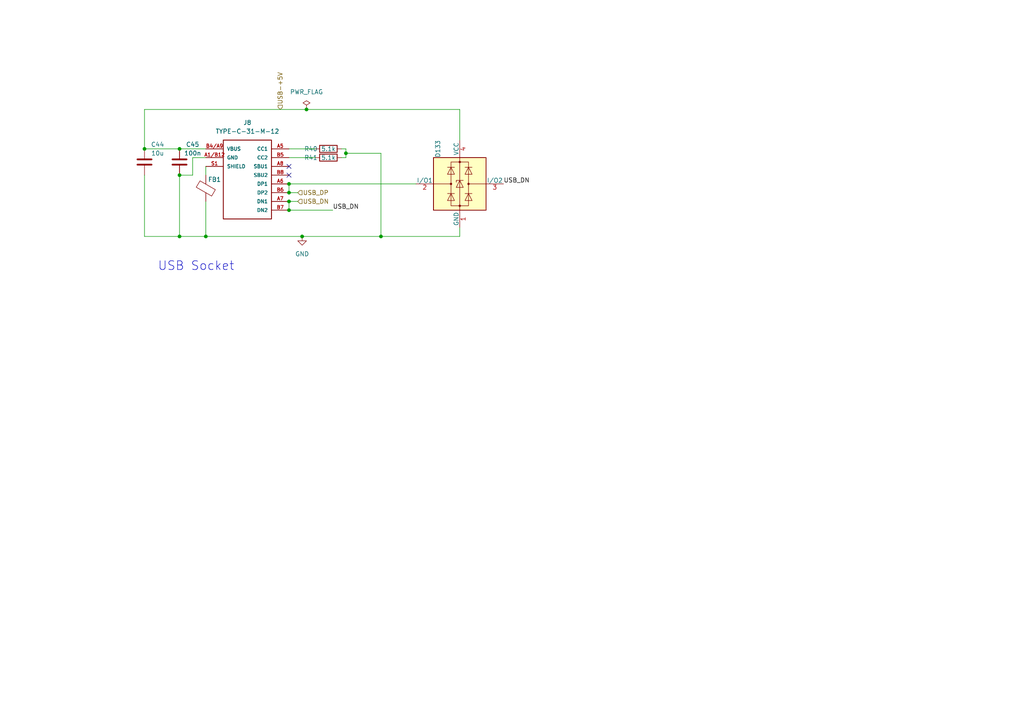
<source format=kicad_sch>
(kicad_sch (version 20211123) (generator eeschema)
  (paper "A4")
  (lib_symbols
    (symbol "Device:C" (pin_numbers hide) (pin_names (offset 0.254))
      (property "Reference" "C" (at 0.635 2.54 0))
      (property "Value" "C" (at 0.635 -2.54 0))
      (symbol "C_0_1"
        (polyline (pts (xy -2.032 -0.762) (xy 2.032 -0.762)) (stroke (width 0.508)))
        (polyline (pts (xy -2.032 0.762) (xy 2.032 0.762)) (stroke (width 0.508)))
      )
      (symbol "C_1_1"
        (pin passive line (at 0 3.81 270) (length 2.794) (name "~") (number "1"))
        (pin passive line (at 0 -3.81 90) (length 2.794) (name "~") (number "2"))
      )
    )
    (symbol "Device:FerriteBead" (pin_numbers hide) (pin_names (offset 0))
      (property "Reference" "FB" (at -3.81 0.635 90))
      (property "Value" "FerriteBead" (at 3.81 0 90))
      (symbol "FerriteBead_0_1"
        (polyline (pts (xy 0 -1.27) (xy 0 -1.2192)))
        (polyline (pts (xy 0 1.27) (xy 0 1.2954)))
        (polyline (pts (xy -2.7686 0.4064) (xy -1.7018 2.2606) (xy 2.7686 -0.3048) (xy 1.6764 -2.159) (xy -2.7686 0.4064)))
      )
      (symbol "FerriteBead_1_1"
        (pin passive line (at 0 3.81 270) (length 2.54) (name "~") (number "1"))
        (pin passive line (at 0 -3.81 90) (length 2.54) (name "~") (number "2"))
      )
    )
    (symbol "Device:R" (pin_numbers hide) (pin_names (offset 0))
      (property "Reference" "R" (at 2.032 0 90))
      (property "Value" "R" (at 0 0 90))
      (symbol "R_0_1"
        (rectangle (start -1.016 -2.54) (end 1.016 2.54) (stroke (width 0.254)))
      )
      (symbol "R_1_1"
        (pin passive line (at 0 3.81 270) (length 1.27) (name "~") (number "1"))
        (pin passive line (at 0 -3.81 90) (length 1.27) (name "~") (number "2"))
      )
    )
    (symbol "Igor:TYPE-C-31-M-12" (pin_names (offset 1.016))
      (property "Reference" "J" (at 6.35 25.4 0))
      (property "Value" "TYPE-C-31-M-12" (at -1.27 22.86 0))
      (symbol "TYPE-C-31-M-12_0_0"
        (rectangle (start 0 22.86) (end 13.97 0) (stroke (width 0.254)))
        (pin power_in line (at -5.08 17.78 0) (length 5.08) (name "GND") (number "A1/B12"))
        (pin power_in line (at -5.08 20.32 0) (length 5.08) hide (name "VBUS") (number "A4/B9"))
        (pin bidirectional line (at 19.05 20.32 180) (length 5.08) (name "CC1") (number "A5"))
        (pin bidirectional line (at 19.05 10.16 180) (length 5.08) (name "DP1") (number "A6"))
        (pin bidirectional line (at 19.05 5.08 180) (length 5.08) (name "DN1") (number "A7"))
        (pin bidirectional line (at 19.05 15.24 180) (length 5.08) (name "SBU1") (number "A8"))
        (pin power_in line (at -5.08 17.78 0) (length 5.08) hide (name "GND") (number "B1/A12"))
        (pin power_in line (at -5.08 20.32 0) (length 5.08) (name "VBUS") (number "B4/A9"))
        (pin bidirectional line (at 19.05 17.78 180) (length 5.08) (name "CC2") (number "B5"))
        (pin bidirectional line (at 19.05 7.62 180) (length 5.08) (name "DP2") (number "B6"))
        (pin bidirectional line (at 19.05 2.54 180) (length 5.08) (name "DN2") (number "B7"))
        (pin bidirectional line (at 19.05 12.7 180) (length 5.08) (name "SBU2") (number "B8"))
        (pin passive line (at -5.08 15.24 0) (length 5.08) (name "SHIELD") (number "S1"))
        (pin passive line (at -5.08 15.24 0) (length 5.08) hide (name "SHIELD") (number "S2"))
        (pin passive line (at -5.08 15.24 0) (length 5.08) hide (name "SHIELD") (number "S3"))
        (pin passive line (at -5.08 15.24 0) (length 5.08) hide (name "SHIELD") (number "S4"))
      )
    )
    (symbol "Power_Protection:PRTR5V0U2X" (pin_names (offset 0))
      (property "Reference" "D" (at 2.794 8.636 0))
      (property "Value" "PRTR5V0U2X" (at 8.128 -9.398 0))
      (symbol "PRTR5V0U2X_0_1"
        (rectangle (start -7.62 -7.62) (end 7.62 7.62) (stroke (width 0.254)) (fill (type background)))
        (circle (center -2.54 0) (radius 0.254) (fill (type outline)))
        (rectangle (start -2.54 6.35) (end 2.54 -6.35))
        (circle (center 0 -6.35) (radius 0.254) (fill (type outline)))
        (polyline (pts (xy -2.54 0) (xy -7.62 0)))
        (polyline (pts (xy -1.524 -2.794) (xy -3.556 -2.794)))
        (polyline (pts (xy -1.524 4.826) (xy -3.556 4.826)))
        (polyline (pts (xy 0 -7.62) (xy 0 7.62)))
        (polyline (pts (xy 1.524 -2.794) (xy 3.556 -2.794)))
        (polyline (pts (xy 1.524 4.826) (xy 3.556 4.826)))
        (polyline (pts (xy 2.54 0) (xy 7.62 0)))
        (polyline (pts (xy 1.016 1.016) (xy -1.016 1.016) (xy -1.016 0.508)))
        (polyline (pts (xy -3.556 -4.826) (xy -1.524 -4.826) (xy -2.54 -2.794) (xy -3.556 -4.826)))
        (polyline (pts (xy -3.556 2.794) (xy -1.524 2.794) (xy -2.54 4.826) (xy -3.556 2.794)))
        (polyline (pts (xy -1.016 -1.016) (xy 1.016 -1.016) (xy 0 1.016) (xy -1.016 -1.016)))
        (polyline (pts (xy 3.556 -4.826) (xy 1.524 -4.826) (xy 2.54 -2.794) (xy 3.556 -4.826)))
        (polyline (pts (xy 3.556 2.794) (xy 1.524 2.794) (xy 2.54 4.826) (xy 3.556 2.794)))
        (circle (center 0 6.35) (radius 0.254) (fill (type outline)))
        (circle (center 2.54 0) (radius 0.254) (fill (type outline)))
      )
      (symbol "PRTR5V0U2X_1_1"
        (pin passive line (at 0 -12.7 90) (length 5.08) (name "GND") (number "1"))
        (pin passive line (at -12.7 0 0) (length 5.08) (name "I/O1") (number "2"))
        (pin passive line (at 12.7 0 180) (length 5.08) (name "I/O2") (number "3"))
        (pin passive line (at 0 12.7 270) (length 5.08) (name "VCC") (number "4"))
      )
    )
    (symbol "power:GND" (power) (pin_names (offset 0))
      (property "Value" "GND" (at 0 -3.81 0))
      (symbol "GND_0_1"
        (polyline (pts (xy 0 0) (xy 0 -1.27) (xy 1.27 -1.27) (xy 0 -2.54) (xy -1.27 -1.27) (xy 0 -1.27)))
      )
      (symbol "GND_1_1"
        (pin power_in line (at 0 0 270) (length 0) hide (name "GND") (number "1"))
      )
    )
    (symbol "power:PWR_FLAG" (power) (pin_numbers hide) (pin_names (offset 0) hide)
      (property "Value" "PWR_FLAG" (at 0 3.81 0))
      (symbol "PWR_FLAG_0_0"
        (pin power_out line (at 0 0 90) (length 0) (name "pwr") (number "1"))
      )
      (symbol "PWR_FLAG_0_1"
        (polyline (pts (xy 0 0) (xy 0 1.27) (xy -1.016 1.905) (xy 0 2.54) (xy 1.016 1.905) (xy 0 1.27)))
      )
    )
  )
  (junction (at 52.07 68.58))
  (junction (at 110.49 68.58))
  (junction (at 83.82 55.88))
  (junction (at 88.9 31.75))
  (junction (at 83.82 60.96))
  (junction (at 41.91 43.18))
  (junction (at 83.82 58.42))
  (junction (at 52.07 50.8))
  (junction (at 52.07 43.18))
  (junction (at 87.63 68.58))
  (junction (at 100.33 44.45))
  (junction (at 83.82 53.34))
  (junction (at 59.69 68.58))
  (no_connect (at 83.82 50.8))
  (no_connect (at 83.82 48.26))
  (wire (pts (xy 41.91 43.18) (xy 52.07 43.18)))
  (wire (pts (xy 100.33 43.18) (xy 99.06 43.18)))
  (wire (pts (xy 59.69 68.58) (xy 59.69 58.42)))
  (wire (pts (xy 52.07 68.58) (xy 41.91 68.58)))
  (wire (pts (xy 83.82 58.42) (xy 83.82 60.96)))
  (wire (pts (xy 52.07 43.18) (xy 59.69 43.18)))
  (wire (pts (xy 59.69 68.58) (xy 87.63 68.58)))
  (wire (pts (xy 83.82 55.88) (xy 86.36 55.88)))
  (wire (pts (xy 87.63 68.58) (xy 110.49 68.58)))
  (wire (pts (xy 41.91 68.58) (xy 41.91 50.8)))
  (wire (pts (xy 83.82 60.96) (xy 96.52 60.96)))
  (wire (pts (xy 88.9 31.75) (xy 133.35 31.75)))
  (wire (pts (xy 99.06 45.72) (xy 100.33 45.72)))
  (wire (pts (xy 133.35 31.75) (xy 133.35 40.64)))
  (wire (pts (xy 83.82 43.18) (xy 91.44 43.18)))
  (wire (pts (xy 55.88 50.8) (xy 52.07 50.8)))
  (wire (pts (xy 55.88 45.72) (xy 55.88 50.8)))
  (wire (pts (xy 52.07 50.8) (xy 52.07 68.58)))
  (wire (pts (xy 59.69 68.58) (xy 52.07 68.58)))
  (wire (pts (xy 83.82 58.42) (xy 86.36 58.42)))
  (wire (pts (xy 41.91 31.75) (xy 88.9 31.75)))
  (wire (pts (xy 83.82 53.34) (xy 120.65 53.34)))
  (wire (pts (xy 83.82 53.34) (xy 83.82 55.88)))
  (wire (pts (xy 133.35 68.58) (xy 133.35 66.04)))
  (wire (pts (xy 59.69 48.26) (xy 59.69 50.8)))
  (wire (pts (xy 100.33 44.45) (xy 110.49 44.45)))
  (wire (pts (xy 100.33 45.72) (xy 100.33 44.45)))
  (wire (pts (xy 83.82 45.72) (xy 91.44 45.72)))
  (wire (pts (xy 41.91 31.75) (xy 41.91 43.18)))
  (wire (pts (xy 110.49 44.45) (xy 110.49 68.58)))
  (wire (pts (xy 59.69 45.72) (xy 55.88 45.72)))
  (wire (pts (xy 100.33 44.45) (xy 100.33 43.18)))
  (wire (pts (xy 110.49 68.58) (xy 133.35 68.58)))
  (text "USB Socket" (at 45.72 78.74 0) (effects (font (size 2.54 2.54)) (justify left bottom)))
  (label "USB_DN" (at 146.05 53.34 0))
  (label "USB_DN" (at 96.52 60.96 0))
  (hierarchical_label "USB-+5V" (shape input) (at 81.28 31.75 90))
  (hierarchical_label "USB_DP" (shape input) (at 86.36 55.88 0))
  (hierarchical_label "USB_DN" (shape input) (at 86.36 58.42 0))
  (symbol (lib_id "power:PWR_FLAG") (at 88.9 31.75 0) (unit 1)
    (property "Reference" "#FLG02" (effects hide))
    (property "Value" "PWR_FLAG" (at 88.9 26.67 0))
  )
  (symbol (lib_id "Device:C") (at 52.07 46.99 180) (unit 1)
    (property "Reference" "C45" (at 55.88 41.91 0))
    (property "Value" "100n" (at 55.88 44.45 0))
    (property "Footprint" "Capacitor_SMD:C_0402_1005Metric" (effects hide))
    (property "LCSC" "C1525" (effects hide))
  )
  (symbol (lib_id "Igor:TYPE-C-31-M-12") (at 64.77 63.5 0) (unit 1)
    (property "Reference" "J8" (at 71.755 35.56 0))
    (property "Value" "TYPE-C-31-M-12" (at 71.755 38.1 0))
    (property "Footprint" "Igor:TYPE-C-31-M-12" (effects hide))
    (property "PARTREV" "2020.12.08" (effects hide))
    (property "MAXIMUM_PACKAGE_HEIGHT" "3.26 mm" (effects hide))
    (property "SNAPEDA_PN" "TYPE-C-31-M-12" (effects hide))
    (property "MANUFACTURER" "HRO Electronics Co., Ltd." (effects hide))
    (property "LCSC" "C165948" (effects hide))
  )
  (symbol (lib_id "Power_Protection:PRTR5V0U2X") (at 133.35 53.34 0) (unit 1)
    (property "Reference" "D133" (at 127 43.18 90))
    (property "Value" "PRTR5V0U2X" (effects hide))
    (property "Footprint" "Package_TO_SOT_SMD:SOT-143" (effects hide))
    (property "Datasheet" "https://assets.nexperia.com/documents/data-sheet/PRTR5V0U2X.pdf" (effects hide))
    (property "LCSC" "C2827688" (effects hide))
  )
  (symbol (lib_id "Device:R") (at 95.25 45.72 90) (unit 1)
    (property "Reference" "R41" (at 90.17 45.72 90))
    (property "Value" "5.1k" (at 95.25 45.72 90))
    (property "Footprint" "Resistor_SMD:R_0402_1005Metric" (effects hide))
    (property "LCSC" "C25905" (effects hide))
  )
  (symbol (lib_id "Device:R") (at 95.25 43.18 90) (unit 1)
    (property "Reference" "R40" (at 90.17 43.18 90))
    (property "Value" "5.1k" (at 95.25 43.18 90))
    (property "Footprint" "Resistor_SMD:R_0402_1005Metric" (effects hide))
    (property "LCSC" "C25905" (effects hide))
  )
  (symbol (lib_id "Device:C") (at 41.91 46.99 180) (unit 1)
    (property "Reference" "C44" (at 45.72 41.91 0))
    (property "Value" "10u" (at 45.72 44.45 0))
    (property "Footprint" "Capacitor_SMD:C_0402_1005Metric" (effects hide))
    (property "LCSC" "C15525" (effects hide))
  )
  (symbol (lib_id "Device:FerriteBead") (at 59.69 54.61 180) (unit 1)
    (property "Reference" "FB1" (at 62.23 52.07 0))
    (property "Value" "FerriteBead" (effects hide))
    (property "Footprint" "Resistor_SMD:R_0805_2012Metric" (effects hide))
    (property "LCSC" "C85840" (effects hide))
  )
  (symbol (lib_id "power:GND") (at 87.63 68.58 0) (unit 1)
    (property "Reference" "#PWR0107" (effects hide))
    (property "Value" "GND" (at 87.63 73.66 0))
  )
)
</source>
